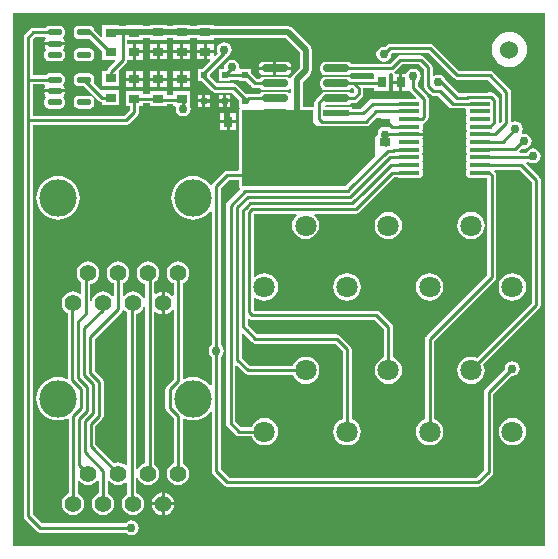
<source format=gtl>
G04*
G04 #@! TF.GenerationSoftware,Altium Limited,CircuitStudio,1.5.2 (30)*
G04*
G04 Layer_Physical_Order=1*
G04 Layer_Color=11767835*
%FSLAX44Y44*%
%MOMM*%
G71*
G01*
G75*
%ADD10R,0.9300X0.7900*%
G04:AMPARAMS|DCode=11|XSize=0.6mm|YSize=2.2mm|CornerRadius=0.15mm|HoleSize=0mm|Usage=FLASHONLY|Rotation=90.000|XOffset=0mm|YOffset=0mm|HoleType=Round|Shape=RoundedRectangle|*
%AMROUNDEDRECTD11*
21,1,0.6000,1.9000,0,0,90.0*
21,1,0.3000,2.2000,0,0,90.0*
1,1,0.3000,0.9500,0.1500*
1,1,0.3000,0.9500,-0.1500*
1,1,0.3000,-0.9500,-0.1500*
1,1,0.3000,-0.9500,0.1500*
%
%ADD11ROUNDEDRECTD11*%
%ADD12R,2.2000X0.6000*%
%ADD13R,1.7620X0.3548*%
G04:AMPARAMS|DCode=14|XSize=1.762mm|YSize=0.3548mm|CornerRadius=0.0887mm|HoleSize=0mm|Usage=FLASHONLY|Rotation=0.000|XOffset=0mm|YOffset=0mm|HoleType=Round|Shape=RoundedRectangle|*
%AMROUNDEDRECTD14*
21,1,1.7620,0.1774,0,0,0.0*
21,1,1.5846,0.3548,0,0,0.0*
1,1,0.1774,0.7923,-0.0887*
1,1,0.1774,-0.7923,-0.0887*
1,1,0.1774,-0.7923,0.0887*
1,1,0.1774,0.7923,0.0887*
%
%ADD14ROUNDEDRECTD14*%
%ADD15R,0.7900X0.9300*%
%ADD16R,0.5000X0.5000*%
G04:AMPARAMS|DCode=17|XSize=1.21mm|YSize=0.59mm|CornerRadius=0.1475mm|HoleSize=0mm|Usage=FLASHONLY|Rotation=0.000|XOffset=0mm|YOffset=0mm|HoleType=Round|Shape=RoundedRectangle|*
%AMROUNDEDRECTD17*
21,1,1.2100,0.2950,0,0,0.0*
21,1,0.9150,0.5900,0,0,0.0*
1,1,0.2950,0.4575,-0.1475*
1,1,0.2950,-0.4575,-0.1475*
1,1,0.2950,-0.4575,0.1475*
1,1,0.2950,0.4575,0.1475*
%
%ADD17ROUNDEDRECTD17*%
%ADD18C,0.2540*%
%ADD19C,0.2550*%
%ADD20C,0.5000*%
%ADD21C,1.5240*%
%ADD22C,1.4080*%
%ADD23C,3.1700*%
%ADD24C,1.8000*%
%ADD25C,0.7500*%
G36*
X750000Y750000D02*
X300000D01*
Y1201250D01*
X750000D01*
Y750000D01*
D02*
G37*
%LPC*%
G36*
X483870Y1125220D02*
X480100D01*
Y1121450D01*
X483870D01*
Y1125220D01*
D02*
G37*
G36*
X459980Y1125230D02*
X456210D01*
Y1121460D01*
X459980D01*
Y1125230D01*
D02*
G37*
G36*
X466290D02*
X462520D01*
Y1121460D01*
X466290D01*
Y1125230D01*
D02*
G37*
G36*
X477560Y1125220D02*
X473790D01*
Y1121450D01*
X477560D01*
Y1125220D01*
D02*
G37*
G36*
X488290Y1115940D02*
X483070D01*
Y1110020D01*
X488290D01*
Y1115940D01*
D02*
G37*
G36*
X343619Y1133730D02*
X326281D01*
Y1133525D01*
X326593Y1131958D01*
X327148Y1131127D01*
X327509Y1129841D01*
X326631Y1128526D01*
X326322Y1126975D01*
Y1124025D01*
X326631Y1122474D01*
X327509Y1121159D01*
X328824Y1120281D01*
X330375Y1119972D01*
X339525D01*
X341076Y1120281D01*
X342391Y1121159D01*
X343269Y1122474D01*
X343578Y1124025D01*
Y1126975D01*
X343269Y1128526D01*
X342391Y1129841D01*
X342752Y1131127D01*
X343307Y1131958D01*
X343619Y1133525D01*
Y1133730D01*
D02*
G37*
G36*
X364625Y1131028D02*
X355475D01*
X353924Y1130719D01*
X352609Y1129841D01*
X351731Y1128526D01*
X351422Y1126975D01*
Y1124025D01*
X351731Y1122474D01*
X352609Y1121159D01*
X353924Y1120281D01*
X355475Y1119972D01*
X364625D01*
X366176Y1120281D01*
X367491Y1121159D01*
X368369Y1122474D01*
X368678Y1124025D01*
Y1126975D01*
X368369Y1128526D01*
X367491Y1129841D01*
X366176Y1130719D01*
X364625Y1131028D01*
D02*
G37*
G36*
Y1150028D02*
X355475D01*
X353924Y1149719D01*
X352609Y1148841D01*
X351731Y1147526D01*
X351422Y1145975D01*
Y1143025D01*
X351731Y1141474D01*
X352609Y1140159D01*
X353924Y1139281D01*
X355475Y1138972D01*
X360212D01*
X372612Y1126572D01*
X372612Y1126572D01*
X373859Y1125739D01*
X375330Y1125446D01*
X375430D01*
Y1122840D01*
X389730D01*
Y1135740D01*
X375430D01*
X375430Y1135740D01*
Y1135740D01*
X374194Y1135862D01*
X368405Y1141651D01*
X368678Y1143025D01*
Y1145975D01*
X368369Y1147526D01*
X367491Y1148841D01*
X366176Y1149719D01*
X364625Y1150028D01*
D02*
G37*
G36*
X626930Y1141230D02*
X621710D01*
Y1135310D01*
X626930D01*
Y1141230D01*
D02*
G37*
G36*
X401310Y1143720D02*
X395390D01*
Y1138500D01*
X401310D01*
Y1143720D01*
D02*
G37*
G36*
X409770D02*
X403850D01*
Y1138500D01*
X409770D01*
Y1143720D01*
D02*
G37*
G36*
X466290Y1131540D02*
X462520D01*
Y1127770D01*
X466290D01*
Y1131540D01*
D02*
G37*
G36*
X477560Y1131530D02*
X473790D01*
Y1127760D01*
X477560D01*
Y1131530D01*
D02*
G37*
G36*
X483870D02*
X480100D01*
Y1127760D01*
X483870D01*
Y1131530D01*
D02*
G37*
G36*
X459980Y1131540D02*
X456210D01*
Y1127770D01*
X459980D01*
Y1131540D01*
D02*
G37*
G36*
X722580Y858089D02*
X719578Y857694D01*
X716780Y856535D01*
X714378Y854692D01*
X712535Y852290D01*
X711376Y849492D01*
X710981Y846490D01*
X711376Y843488D01*
X712535Y840690D01*
X714378Y838288D01*
X716780Y836445D01*
X719578Y835286D01*
X722580Y834891D01*
X725582Y835286D01*
X728380Y836445D01*
X730782Y838288D01*
X732625Y840690D01*
X733784Y843488D01*
X734179Y846490D01*
X733784Y849492D01*
X732625Y852290D01*
X730782Y854692D01*
X728380Y856535D01*
X725582Y857694D01*
X722580Y858089D01*
D02*
G37*
G36*
X582500Y980599D02*
X579498Y980204D01*
X576700Y979045D01*
X574298Y977202D01*
X572455Y974800D01*
X571296Y972002D01*
X570901Y969000D01*
X571296Y965998D01*
X572455Y963200D01*
X574298Y960798D01*
X576700Y958955D01*
X579498Y957796D01*
X582500Y957401D01*
X585502Y957796D01*
X588300Y958955D01*
X590702Y960798D01*
X592545Y963200D01*
X593704Y965998D01*
X594099Y969000D01*
X593704Y972002D01*
X592545Y974800D01*
X590702Y977202D01*
X588300Y979045D01*
X585502Y980204D01*
X582500Y980599D01*
D02*
G37*
G36*
X652500D02*
X649498Y980204D01*
X646700Y979045D01*
X644298Y977202D01*
X642455Y974800D01*
X641296Y972002D01*
X640901Y969000D01*
X641296Y965998D01*
X642455Y963200D01*
X644298Y960798D01*
X646700Y958955D01*
X649498Y957796D01*
X652500Y957401D01*
X655502Y957796D01*
X658300Y958955D01*
X660702Y960798D01*
X662545Y963200D01*
X663704Y965998D01*
X664099Y969000D01*
X663704Y972002D01*
X662545Y974800D01*
X660702Y977202D01*
X658300Y979045D01*
X655502Y980204D01*
X652500Y980599D01*
D02*
G37*
G36*
X428100Y795085D02*
Y786860D01*
X436325D01*
X436163Y788091D01*
X435198Y790421D01*
X433662Y792422D01*
X431661Y793958D01*
X429331Y794923D01*
X428100Y795085D01*
D02*
G37*
G36*
X425560Y784320D02*
X417335D01*
X417496Y783089D01*
X418462Y780759D01*
X419997Y778757D01*
X421999Y777222D01*
X424329Y776256D01*
X425560Y776095D01*
Y784320D01*
D02*
G37*
G36*
X436325D02*
X428100D01*
Y776095D01*
X429331Y776256D01*
X431661Y777222D01*
X433662Y778757D01*
X435198Y780759D01*
X436163Y783089D01*
X436325Y784320D01*
D02*
G37*
G36*
X425560Y795085D02*
X424329Y794923D01*
X421999Y793958D01*
X419997Y792422D01*
X418462Y790421D01*
X417496Y788091D01*
X417335Y786860D01*
X425560D01*
Y795085D01*
D02*
G37*
G36*
X722500Y980599D02*
X719498Y980204D01*
X716700Y979045D01*
X714298Y977202D01*
X712455Y974800D01*
X711296Y972002D01*
X710901Y969000D01*
X711296Y965998D01*
X712455Y963200D01*
X714298Y960798D01*
X716700Y958955D01*
X719498Y957796D01*
X722500Y957401D01*
X725502Y957796D01*
X728300Y958955D01*
X730702Y960798D01*
X732545Y963200D01*
X733704Y965998D01*
X734099Y969000D01*
X733704Y972002D01*
X732545Y974800D01*
X730702Y977202D01*
X728300Y979045D01*
X725502Y980204D01*
X722500Y980599D01*
D02*
G37*
G36*
X480530Y1107480D02*
X475310D01*
Y1101560D01*
X480530D01*
Y1107480D01*
D02*
G37*
G36*
X488290D02*
X483070D01*
Y1101560D01*
X488290D01*
Y1107480D01*
D02*
G37*
G36*
X480530Y1115940D02*
X475310D01*
Y1110020D01*
X480530D01*
Y1115940D01*
D02*
G37*
G36*
X337930Y1062929D02*
X334333Y1062574D01*
X330874Y1061525D01*
X327686Y1059821D01*
X324892Y1057528D01*
X322599Y1054734D01*
X320895Y1051546D01*
X319846Y1048087D01*
X319491Y1044490D01*
X319846Y1040893D01*
X320895Y1037434D01*
X322599Y1034246D01*
X324892Y1031452D01*
X327686Y1029159D01*
X330874Y1027455D01*
X334333Y1026405D01*
X337930Y1026051D01*
X341527Y1026405D01*
X344986Y1027455D01*
X348174Y1029159D01*
X350968Y1031452D01*
X353261Y1034246D01*
X354965Y1037434D01*
X356015Y1040893D01*
X356369Y1044490D01*
X356015Y1048087D01*
X354965Y1051546D01*
X353261Y1054734D01*
X350968Y1057528D01*
X348174Y1059821D01*
X344986Y1061525D01*
X341527Y1062574D01*
X337930Y1062929D01*
D02*
G37*
G36*
X414130Y990612D02*
X411640Y990284D01*
X409319Y989323D01*
X407326Y987794D01*
X405797Y985801D01*
X404836Y983480D01*
X404508Y980990D01*
X404836Y978500D01*
X405797Y976179D01*
X407326Y974186D01*
X409319Y972657D01*
X411640Y971695D01*
X411786Y971676D01*
Y958836D01*
X410516Y958583D01*
X409763Y960401D01*
X408234Y962394D01*
X406241Y963923D01*
X403920Y964884D01*
X401430Y965212D01*
X398940Y964884D01*
X396619Y963923D01*
X394626Y962394D01*
X393844Y961375D01*
X392574Y961806D01*
Y972256D01*
X393541Y972657D01*
X395534Y974186D01*
X397063Y976179D01*
X398024Y978500D01*
X398352Y980990D01*
X398024Y983480D01*
X397063Y985801D01*
X395534Y987794D01*
X393541Y989323D01*
X391220Y990284D01*
X388730Y990612D01*
X386240Y990284D01*
X383919Y989323D01*
X381926Y987794D01*
X380397Y985801D01*
X379436Y983480D01*
X379108Y980990D01*
X379436Y978500D01*
X380397Y976179D01*
X381926Y974186D01*
X383919Y972657D01*
X384886Y972256D01*
Y961806D01*
X383616Y961375D01*
X382834Y962394D01*
X380841Y963923D01*
X378520Y964884D01*
X376030Y965212D01*
X373540Y964884D01*
X371219Y963923D01*
X369226Y962394D01*
X367697Y960401D01*
X366735Y958080D01*
X366554Y956700D01*
X365284Y956784D01*
Y971625D01*
X365820Y971695D01*
X368141Y972657D01*
X370134Y974186D01*
X371663Y976179D01*
X372624Y978500D01*
X372952Y980990D01*
X372624Y983480D01*
X371663Y985801D01*
X370134Y987794D01*
X368141Y989323D01*
X365820Y990284D01*
X363330Y990612D01*
X360840Y990284D01*
X358519Y989323D01*
X356526Y987794D01*
X354997Y985801D01*
X354035Y983480D01*
X353708Y980990D01*
X354035Y978500D01*
X354997Y976179D01*
X356526Y974186D01*
X357596Y973365D01*
Y963870D01*
X356326Y963244D01*
X355441Y963923D01*
X353120Y964884D01*
X350630Y965212D01*
X348139Y964884D01*
X345819Y963923D01*
X343826Y962394D01*
X342297Y960401D01*
X341335Y958080D01*
X341008Y955590D01*
X341335Y953100D01*
X342297Y950779D01*
X343826Y948786D01*
X345819Y947257D01*
X346236Y947084D01*
Y892092D01*
X345147Y891439D01*
X344986Y891525D01*
X341527Y892574D01*
X337930Y892929D01*
X334333Y892574D01*
X330874Y891525D01*
X327686Y889821D01*
X324892Y887528D01*
X322599Y884734D01*
X320895Y881546D01*
X319846Y878087D01*
X319491Y874490D01*
X319846Y870893D01*
X320895Y867434D01*
X322599Y864246D01*
X324892Y861452D01*
X327686Y859159D01*
X330874Y857455D01*
X334333Y856405D01*
X337930Y856051D01*
X341527Y856405D01*
X344986Y857455D01*
X345697Y857835D01*
X346786Y857182D01*
Y794324D01*
X345819Y793923D01*
X343826Y792394D01*
X342297Y790401D01*
X341335Y788080D01*
X341008Y785590D01*
X341335Y783100D01*
X342297Y780779D01*
X343826Y778786D01*
X345819Y777257D01*
X348139Y776295D01*
X350630Y775968D01*
X353120Y776295D01*
X355441Y777257D01*
X357434Y778786D01*
X358963Y780779D01*
X359924Y783100D01*
X360252Y785590D01*
X359924Y788080D01*
X358963Y790401D01*
X357434Y792394D01*
X355441Y793923D01*
X354474Y794324D01*
Y804774D01*
X355744Y805205D01*
X356526Y804186D01*
X358519Y802657D01*
X360840Y801695D01*
X363330Y801368D01*
X365820Y801695D01*
X368141Y802657D01*
X370134Y804186D01*
X370916Y805205D01*
X372186Y804774D01*
Y794324D01*
X371219Y793923D01*
X369226Y792394D01*
X367697Y790401D01*
X366735Y788080D01*
X366408Y785590D01*
X366735Y783100D01*
X367697Y780779D01*
X369226Y778786D01*
X371219Y777257D01*
X373540Y776295D01*
X376030Y775968D01*
X378520Y776295D01*
X380841Y777257D01*
X382834Y778786D01*
X384363Y780779D01*
X385324Y783100D01*
X385652Y785590D01*
X385324Y788080D01*
X384363Y790401D01*
X382834Y792394D01*
X380841Y793923D01*
X379874Y794324D01*
Y804774D01*
X381144Y805205D01*
X381926Y804186D01*
X383919Y802657D01*
X386240Y801695D01*
X388730Y801368D01*
X391220Y801695D01*
X393541Y802657D01*
X395066Y803827D01*
X396336Y803229D01*
Y793706D01*
X394626Y792394D01*
X393097Y790401D01*
X392136Y788080D01*
X391808Y785590D01*
X392136Y783100D01*
X393097Y780779D01*
X394626Y778786D01*
X396619Y777257D01*
X398940Y776295D01*
X401430Y775968D01*
X403920Y776295D01*
X406241Y777257D01*
X408234Y778786D01*
X409763Y780779D01*
X410724Y783100D01*
X411052Y785590D01*
X410724Y788080D01*
X409763Y790401D01*
X408234Y792394D01*
X406241Y793923D01*
X404024Y794842D01*
Y807140D01*
X405294Y807393D01*
X405797Y806179D01*
X407326Y804186D01*
X409319Y802657D01*
X411640Y801695D01*
X414130Y801368D01*
X416620Y801695D01*
X418941Y802657D01*
X420934Y804186D01*
X422463Y806179D01*
X423424Y808500D01*
X423752Y810990D01*
X423424Y813480D01*
X422463Y815801D01*
X420934Y817794D01*
X419474Y818914D01*
Y947558D01*
X420744Y948185D01*
X421999Y947222D01*
X424329Y946256D01*
X425560Y946095D01*
Y955590D01*
Y965085D01*
X424329Y964923D01*
X421999Y963958D01*
X420744Y962995D01*
X419474Y963622D01*
Y973065D01*
X420934Y974186D01*
X422463Y976179D01*
X423424Y978500D01*
X423752Y980990D01*
X423424Y983480D01*
X422463Y985801D01*
X420934Y987794D01*
X418941Y989323D01*
X416620Y990284D01*
X414130Y990612D01*
D02*
G37*
G36*
X617500Y1032599D02*
X614498Y1032204D01*
X611700Y1031045D01*
X609298Y1029202D01*
X607455Y1026800D01*
X606296Y1024002D01*
X605901Y1021000D01*
X606296Y1017998D01*
X607455Y1015200D01*
X609298Y1012798D01*
X611700Y1010955D01*
X614498Y1009796D01*
X617500Y1009401D01*
X620502Y1009796D01*
X623300Y1010955D01*
X625702Y1012798D01*
X627545Y1015200D01*
X628704Y1017998D01*
X629099Y1021000D01*
X628704Y1024002D01*
X627545Y1026800D01*
X625702Y1029202D01*
X623300Y1031045D01*
X620502Y1032204D01*
X617500Y1032599D01*
D02*
G37*
G36*
X687500D02*
X684498Y1032204D01*
X681700Y1031045D01*
X679298Y1029202D01*
X677455Y1026800D01*
X676296Y1024002D01*
X675901Y1021000D01*
X676296Y1017998D01*
X677455Y1015200D01*
X679298Y1012798D01*
X681700Y1010955D01*
X684498Y1009796D01*
X687500Y1009401D01*
X690502Y1009796D01*
X693300Y1010955D01*
X695702Y1012798D01*
X697545Y1015200D01*
X698704Y1017998D01*
X699099Y1021000D01*
X698704Y1024002D01*
X697545Y1026800D01*
X695702Y1029202D01*
X693300Y1031045D01*
X690502Y1032204D01*
X687500Y1032599D01*
D02*
G37*
G36*
X421310Y1143720D02*
X415390D01*
Y1138500D01*
X421310D01*
Y1143720D01*
D02*
G37*
G36*
X449770Y1166920D02*
X443850D01*
Y1161700D01*
X449770D01*
Y1166920D01*
D02*
G37*
G36*
X461310D02*
X455390D01*
Y1161700D01*
X461310D01*
Y1166920D01*
D02*
G37*
G36*
X409690Y1174540D02*
X403770D01*
Y1169320D01*
X409690D01*
Y1174540D01*
D02*
G37*
G36*
X441310Y1166920D02*
X435390D01*
Y1161700D01*
X441310D01*
Y1166920D01*
D02*
G37*
G36*
X409690Y1166780D02*
X403770D01*
Y1161560D01*
X409690D01*
Y1166780D01*
D02*
G37*
G36*
X421310Y1166920D02*
X415390D01*
Y1161700D01*
X421310D01*
Y1166920D01*
D02*
G37*
G36*
X429770D02*
X423850D01*
Y1161700D01*
X429770D01*
Y1166920D01*
D02*
G37*
G36*
X421310Y1174680D02*
X415390D01*
Y1169460D01*
X421310D01*
Y1174680D01*
D02*
G37*
G36*
X469770D02*
X463850D01*
Y1169460D01*
X469770D01*
Y1174680D01*
D02*
G37*
G36*
X339525Y1190028D02*
X330375D01*
X328824Y1189719D01*
X327509Y1188841D01*
X327177Y1188344D01*
X317000D01*
X315529Y1188051D01*
X314282Y1187218D01*
X314282Y1187218D01*
X309862Y1182798D01*
X309029Y1181551D01*
X308980Y1181307D01*
X308736Y1180080D01*
X308736Y1180080D01*
Y1144902D01*
X308656Y1144500D01*
X308736Y1144098D01*
Y774990D01*
X308736Y774990D01*
X308980Y773763D01*
X309029Y773519D01*
X309862Y772272D01*
X319862Y762272D01*
X319862Y762272D01*
X321109Y761439D01*
X322580Y761146D01*
X395052D01*
X395494Y760484D01*
X397561Y759103D01*
X400000Y758617D01*
X402439Y759103D01*
X404506Y760484D01*
X405887Y762551D01*
X406372Y764990D01*
X405887Y767429D01*
X404506Y769496D01*
X402439Y770877D01*
X400000Y771362D01*
X397561Y770877D01*
X395494Y769496D01*
X395052Y768834D01*
X324172D01*
X316424Y776582D01*
Y1106156D01*
X360029D01*
X360130Y1106136D01*
X395070D01*
X395070Y1106136D01*
X396297Y1106380D01*
X396541Y1106429D01*
X397788Y1107262D01*
X405298Y1114772D01*
X405298Y1114772D01*
X405855Y1115605D01*
X406131Y1116019D01*
X406424Y1117490D01*
X406424Y1117490D01*
Y1122140D01*
X409730D01*
Y1124746D01*
X415430D01*
Y1122140D01*
X429730D01*
Y1123636D01*
X435430D01*
Y1122140D01*
X436802D01*
X437608Y1121158D01*
X437378Y1120000D01*
X437863Y1117561D01*
X439244Y1115494D01*
X441311Y1114113D01*
X443750Y1113627D01*
X446189Y1114113D01*
X448256Y1115494D01*
X449637Y1117561D01*
X450122Y1120000D01*
X449703Y1122107D01*
X449730Y1122140D01*
X449730D01*
Y1135040D01*
X435430D01*
Y1131324D01*
X429730D01*
Y1135040D01*
X415430D01*
Y1132434D01*
X409730D01*
Y1135040D01*
X395430D01*
Y1122140D01*
X398736D01*
Y1119082D01*
X393478Y1113824D01*
X365180D01*
X365080Y1113844D01*
X316424D01*
Y1140656D01*
X326407D01*
X327315Y1139467D01*
X327148Y1138873D01*
X326593Y1138042D01*
X326281Y1136475D01*
Y1136270D01*
X343619D01*
Y1136475D01*
X343307Y1138042D01*
X342752Y1138873D01*
X342391Y1140159D01*
X343269Y1141474D01*
X343578Y1143025D01*
Y1145975D01*
X343269Y1147526D01*
X342391Y1148841D01*
X341076Y1149719D01*
X339525Y1150028D01*
X330375D01*
X328824Y1149719D01*
X327509Y1148841D01*
X327177Y1148344D01*
X316424D01*
Y1178488D01*
X318592Y1180656D01*
X326407D01*
X327315Y1179467D01*
X327148Y1178873D01*
X326593Y1178042D01*
X326281Y1176475D01*
Y1176270D01*
X343619D01*
Y1176475D01*
X343307Y1178042D01*
X342752Y1178873D01*
X342391Y1180159D01*
X343269Y1181474D01*
X343578Y1183025D01*
Y1185975D01*
X343269Y1187526D01*
X342391Y1188841D01*
X341076Y1189719D01*
X339525Y1190028D01*
D02*
G37*
G36*
X469730Y1191040D02*
X455430D01*
Y1189688D01*
X449730D01*
Y1191040D01*
X435430D01*
Y1189688D01*
X429730D01*
Y1191040D01*
X415430D01*
Y1189688D01*
X409650D01*
Y1190900D01*
X395350D01*
Y1189688D01*
X389650D01*
Y1190900D01*
X375350D01*
Y1181115D01*
X374177Y1180629D01*
X368640Y1186166D01*
X368369Y1187526D01*
X367491Y1188841D01*
X366176Y1189719D01*
X364625Y1190028D01*
X355475D01*
X353924Y1189719D01*
X352609Y1188841D01*
X351731Y1187526D01*
X351422Y1185975D01*
Y1183025D01*
X351731Y1181474D01*
X352609Y1180159D01*
X353924Y1179281D01*
X355475Y1178972D01*
X364625D01*
X364906Y1179028D01*
X375350Y1168584D01*
Y1161600D01*
X385959D01*
X386445Y1160427D01*
X379862Y1153844D01*
X379029Y1152597D01*
X378980Y1152353D01*
X378938Y1152140D01*
X375430D01*
Y1139240D01*
X389730D01*
Y1152140D01*
X389730Y1152140D01*
X389730D01*
X390149Y1153259D01*
X395298Y1158408D01*
X396131Y1159655D01*
X396180Y1159899D01*
X396424Y1161126D01*
X397545Y1161560D01*
X401230D01*
Y1168050D01*
Y1174540D01*
X396424D01*
Y1178000D01*
X409650D01*
Y1179492D01*
X415430D01*
Y1178140D01*
X429730D01*
Y1179492D01*
X435430D01*
Y1178140D01*
X449730D01*
Y1179492D01*
X455430D01*
Y1178140D01*
X469730D01*
Y1179492D01*
X530868D01*
X542402Y1167958D01*
Y1154612D01*
X536395Y1148605D01*
X535290Y1146951D01*
X535131Y1146153D01*
X534411Y1145911D01*
X533769Y1145811D01*
X532561Y1146618D01*
X531000Y1146928D01*
X512000D01*
X510439Y1146618D01*
X509116Y1145734D01*
X508749Y1145184D01*
X506322D01*
X501250Y1150256D01*
Y1153500D01*
X492451D01*
X491409Y1154770D01*
X491452Y1154990D01*
X490967Y1157429D01*
X489586Y1159496D01*
X487519Y1160877D01*
X485080Y1161362D01*
X482641Y1160877D01*
X480574Y1159496D01*
X479193Y1157429D01*
X478708Y1154990D01*
X478786Y1154598D01*
X477834Y1153490D01*
X473830D01*
Y1143490D01*
X483830D01*
Y1144646D01*
X491250D01*
Y1143500D01*
X497134D01*
X502012Y1138622D01*
X503259Y1137789D01*
X503503Y1137740D01*
X504730Y1137496D01*
X504730Y1137496D01*
X508762D01*
X509116Y1136966D01*
X510439Y1136082D01*
X512000Y1135772D01*
X531000D01*
X532561Y1136082D01*
X533632Y1136798D01*
X534533Y1136500D01*
X534902Y1136235D01*
Y1133765D01*
X534533Y1133500D01*
X533632Y1133202D01*
X532561Y1133918D01*
X531000Y1134228D01*
X512000D01*
X510439Y1133918D01*
X509116Y1133034D01*
X508749Y1132484D01*
X499730D01*
X499730Y1132484D01*
X498503Y1132240D01*
X498259Y1132191D01*
X497693Y1131813D01*
X489298Y1140208D01*
X488051Y1141041D01*
X487807Y1141090D01*
X486580Y1141334D01*
X486580Y1141334D01*
X472672D01*
X466250Y1147756D01*
Y1149224D01*
X481126Y1164100D01*
X481189Y1164113D01*
X483256Y1165494D01*
X484637Y1167561D01*
X485122Y1170000D01*
X484637Y1172439D01*
X483256Y1174506D01*
X481189Y1175887D01*
X478750Y1176373D01*
X476311Y1175887D01*
X474244Y1174506D01*
X472863Y1172439D01*
X472378Y1170000D01*
X472863Y1167561D01*
X473204Y1167050D01*
X470943Y1164789D01*
X469770Y1165275D01*
Y1166920D01*
X463850D01*
Y1161700D01*
X466195D01*
X466681Y1160527D01*
X459654Y1153500D01*
X456250D01*
Y1148560D01*
X456236Y1148490D01*
X456250Y1148420D01*
Y1143500D01*
X459634D01*
X468362Y1134772D01*
X469609Y1133939D01*
X469853Y1133890D01*
X471080Y1133646D01*
X471080Y1133646D01*
X484988D01*
X491250Y1127384D01*
Y1121500D01*
X491250Y1121500D01*
X491250Y1121500D01*
X491250Y1121500D01*
X491667Y1120403D01*
X491732Y1120230D01*
X491395Y1119725D01*
X491201Y1118750D01*
Y1113750D01*
Y1108750D01*
Y1105776D01*
X491156Y1105550D01*
X491201Y1105324D01*
X491201Y1068492D01*
X490303Y1067594D01*
X481250D01*
X479779Y1067301D01*
X478532Y1066468D01*
X478532Y1066468D01*
X469132Y1057068D01*
X468299Y1055821D01*
X467683Y1055540D01*
X466939Y1055493D01*
X465268Y1057528D01*
X462474Y1059821D01*
X459286Y1061525D01*
X455827Y1062574D01*
X452230Y1062929D01*
X448633Y1062574D01*
X445174Y1061525D01*
X441986Y1059821D01*
X439192Y1057528D01*
X436899Y1054734D01*
X435195Y1051546D01*
X434146Y1048087D01*
X433791Y1044490D01*
X434146Y1040893D01*
X435195Y1037434D01*
X436899Y1034246D01*
X439192Y1031452D01*
X441986Y1029159D01*
X445174Y1027455D01*
X448633Y1026405D01*
X452230Y1026051D01*
X455827Y1026405D01*
X459286Y1027455D01*
X462474Y1029159D01*
X465268Y1031452D01*
X466736Y1033241D01*
X468006Y1032786D01*
Y919949D01*
X467344Y919506D01*
X465963Y917439D01*
X465477Y915000D01*
X465963Y912561D01*
X467344Y910494D01*
X468006Y910051D01*
Y886194D01*
X466736Y885739D01*
X465268Y887528D01*
X462474Y889821D01*
X459286Y891525D01*
X455827Y892574D01*
X452230Y892929D01*
X448633Y892574D01*
X445174Y891525D01*
X444463Y891145D01*
X443374Y891798D01*
Y972256D01*
X444341Y972657D01*
X446334Y974186D01*
X447863Y976179D01*
X448824Y978500D01*
X449152Y980990D01*
X448824Y983480D01*
X447863Y985801D01*
X446334Y987794D01*
X444341Y989323D01*
X442020Y990284D01*
X439530Y990612D01*
X437039Y990284D01*
X434719Y989323D01*
X432726Y987794D01*
X431197Y985801D01*
X430235Y983480D01*
X429908Y980990D01*
X430235Y978500D01*
X431197Y976179D01*
X432726Y974186D01*
X434719Y972657D01*
X435686Y972256D01*
Y961871D01*
X434416Y961440D01*
X433662Y962422D01*
X431661Y963958D01*
X429331Y964923D01*
X428100Y965085D01*
Y955590D01*
Y946095D01*
X429331Y946256D01*
X431661Y947222D01*
X433662Y948757D01*
X434416Y949740D01*
X435686Y949308D01*
Y891186D01*
X429852Y885351D01*
X429019Y884104D01*
X428970Y883860D01*
X428726Y882633D01*
X428726Y882633D01*
Y866347D01*
X428726Y866347D01*
X428970Y865120D01*
X429019Y864875D01*
X429852Y863628D01*
X435686Y857794D01*
Y819724D01*
X434719Y819323D01*
X432726Y817794D01*
X431197Y815801D01*
X430235Y813480D01*
X429908Y810990D01*
X430235Y808500D01*
X431197Y806179D01*
X432726Y804186D01*
X434719Y802657D01*
X437039Y801695D01*
X439530Y801368D01*
X442020Y801695D01*
X444341Y802657D01*
X446334Y804186D01*
X447863Y806179D01*
X448824Y808500D01*
X449152Y810990D01*
X448824Y813480D01*
X447863Y815801D01*
X446334Y817794D01*
X444341Y819323D01*
X443374Y819724D01*
Y857182D01*
X444463Y857835D01*
X445174Y857455D01*
X448633Y856405D01*
X452230Y856051D01*
X455827Y856405D01*
X459286Y857455D01*
X462474Y859159D01*
X465268Y861452D01*
X466736Y863241D01*
X468006Y862786D01*
Y813150D01*
X468006Y813150D01*
X468250Y811923D01*
X468299Y811679D01*
X469132Y810432D01*
X478532Y801032D01*
X478532Y801032D01*
X479365Y800475D01*
X479779Y800199D01*
X481250Y799906D01*
X481250Y799906D01*
X693750D01*
X693750Y799906D01*
X694977Y800150D01*
X695221Y800199D01*
X696468Y801032D01*
X705218Y809782D01*
X705218Y809782D01*
X705775Y810615D01*
X706051Y811029D01*
X706344Y812500D01*
X706344Y812500D01*
Y878408D01*
X721719Y893783D01*
X722500Y893627D01*
X724939Y894113D01*
X727006Y895494D01*
X728387Y897561D01*
X728873Y900000D01*
X728387Y902439D01*
X727006Y904506D01*
X724939Y905887D01*
X722500Y906373D01*
X720061Y905887D01*
X717994Y904506D01*
X716613Y902439D01*
X716127Y900000D01*
X716283Y899219D01*
X699782Y882718D01*
X698949Y881471D01*
X698900Y881227D01*
X698656Y880000D01*
X698656Y880000D01*
Y814092D01*
X692158Y807594D01*
X482842D01*
X475694Y814742D01*
Y910051D01*
X476356Y910494D01*
X477737Y912561D01*
X478222Y915000D01*
X477737Y917439D01*
X476356Y919506D01*
X475694Y919949D01*
Y1052758D01*
X482842Y1059906D01*
X491201D01*
Y1054845D01*
X491395Y1053869D01*
X491948Y1053043D01*
X492090Y1051430D01*
X481252Y1040592D01*
X480419Y1039345D01*
X480370Y1039101D01*
X480126Y1037874D01*
X480126Y1037874D01*
Y853770D01*
X480126Y853770D01*
X480370Y852543D01*
X480419Y852299D01*
X481252Y851052D01*
X488532Y843772D01*
X489779Y842939D01*
X490023Y842890D01*
X491250Y842646D01*
X491250Y842646D01*
X501725D01*
X502535Y840690D01*
X504378Y838288D01*
X506780Y836445D01*
X509578Y835286D01*
X512580Y834891D01*
X515582Y835286D01*
X518380Y836445D01*
X520782Y838288D01*
X522625Y840690D01*
X523784Y843488D01*
X524179Y846490D01*
X523784Y849492D01*
X522625Y852290D01*
X520782Y854692D01*
X518380Y856535D01*
X515582Y857694D01*
X512580Y858089D01*
X509578Y857694D01*
X506780Y856535D01*
X504378Y854692D01*
X502535Y852290D01*
X501725Y850334D01*
X492842D01*
X487814Y855362D01*
Y902331D01*
X488987Y902817D01*
X496032Y895772D01*
X496032Y895772D01*
X497279Y894939D01*
X498750Y894646D01*
X536725D01*
X537535Y892690D01*
X539378Y890288D01*
X541780Y888445D01*
X544578Y887286D01*
X547580Y886891D01*
X550582Y887286D01*
X553380Y888445D01*
X555782Y890288D01*
X557625Y892690D01*
X558784Y895488D01*
X559179Y898490D01*
X558784Y901492D01*
X557625Y904290D01*
X555782Y906692D01*
X553380Y908535D01*
X550582Y909694D01*
X547580Y910089D01*
X544578Y909694D01*
X541780Y908535D01*
X539378Y906692D01*
X537535Y904290D01*
X536725Y902334D01*
X500342D01*
X493494Y909182D01*
Y929418D01*
X494667Y929904D01*
X494813Y929758D01*
X494827Y929737D01*
X502282Y922282D01*
X503529Y921449D01*
X503773Y921400D01*
X505000Y921156D01*
X505000Y921156D01*
X572158D01*
X578736Y914578D01*
Y857345D01*
X576780Y856535D01*
X574378Y854692D01*
X572535Y852290D01*
X571376Y849492D01*
X570981Y846490D01*
X571376Y843488D01*
X572535Y840690D01*
X574378Y838288D01*
X576780Y836445D01*
X579578Y835286D01*
X582580Y834891D01*
X585582Y835286D01*
X588380Y836445D01*
X590782Y838288D01*
X592625Y840690D01*
X593784Y843488D01*
X594179Y846490D01*
X593784Y849492D01*
X592625Y852290D01*
X590782Y854692D01*
X588380Y856535D01*
X586424Y857345D01*
Y916170D01*
X586424Y916170D01*
X586180Y917397D01*
X586131Y917641D01*
X585298Y918888D01*
X576468Y927718D01*
X575221Y928551D01*
X574977Y928600D01*
X573750Y928844D01*
X573750Y928844D01*
X506592D01*
X500277Y935159D01*
X500263Y935180D01*
X500263Y935180D01*
X498534Y936909D01*
Y941871D01*
X499707Y942357D01*
X499782Y942282D01*
X499782Y942282D01*
X501029Y941449D01*
X502500Y941156D01*
X605908D01*
X613736Y933328D01*
Y909345D01*
X611780Y908535D01*
X609378Y906692D01*
X607535Y904290D01*
X606376Y901492D01*
X605981Y898490D01*
X606376Y895488D01*
X607535Y892690D01*
X609378Y890288D01*
X611780Y888445D01*
X614578Y887286D01*
X617580Y886891D01*
X620582Y887286D01*
X623380Y888445D01*
X625782Y890288D01*
X627625Y892690D01*
X628784Y895488D01*
X629179Y898490D01*
X628784Y901492D01*
X627625Y904290D01*
X625782Y906692D01*
X623380Y908535D01*
X621424Y909345D01*
Y934920D01*
X621131Y936391D01*
X620298Y937638D01*
X620298Y937638D01*
X610218Y947718D01*
X608971Y948551D01*
X608727Y948600D01*
X607500Y948844D01*
X607500Y948844D01*
X504092D01*
X503574Y949362D01*
Y959753D01*
X504844Y960379D01*
X506700Y958955D01*
X509498Y957796D01*
X512500Y957401D01*
X515502Y957796D01*
X518300Y958955D01*
X520702Y960798D01*
X522545Y963200D01*
X523704Y965998D01*
X524099Y969000D01*
X523704Y972002D01*
X522545Y974800D01*
X520702Y977202D01*
X518300Y979045D01*
X515502Y980204D01*
X512500Y980599D01*
X509498Y980204D01*
X506700Y979045D01*
X504844Y977621D01*
X503574Y978247D01*
Y1030638D01*
X504087Y1031151D01*
X539752D01*
X540183Y1029881D01*
X539298Y1029202D01*
X537455Y1026800D01*
X536296Y1024002D01*
X535901Y1021000D01*
X536296Y1017998D01*
X537455Y1015200D01*
X539298Y1012798D01*
X541700Y1010955D01*
X544498Y1009796D01*
X547500Y1009401D01*
X550502Y1009796D01*
X553300Y1010955D01*
X555702Y1012798D01*
X557545Y1015200D01*
X558704Y1017998D01*
X559099Y1021000D01*
X558704Y1024002D01*
X557545Y1026800D01*
X555702Y1029202D01*
X554817Y1029881D01*
X555248Y1031151D01*
X590000D01*
X591473Y1031444D01*
X592722Y1032278D01*
X622339Y1061896D01*
X625775D01*
X626125Y1061662D01*
X627447Y1061399D01*
X643292D01*
X644614Y1061662D01*
X645734Y1062410D01*
X646483Y1063531D01*
X646746Y1064852D01*
Y1066626D01*
X646483Y1067948D01*
X645787Y1068989D01*
X646483Y1070031D01*
X646746Y1071352D01*
Y1073126D01*
X646483Y1074448D01*
X645787Y1075489D01*
X646483Y1076530D01*
X646746Y1077852D01*
Y1079626D01*
X646483Y1080948D01*
X645787Y1081989D01*
X646483Y1083030D01*
X646746Y1084352D01*
Y1086126D01*
X646483Y1087448D01*
X645787Y1088489D01*
X646483Y1089530D01*
X646746Y1090852D01*
Y1092626D01*
X646483Y1093947D01*
X645810Y1094954D01*
X646521Y1096017D01*
X646711Y1096971D01*
X635370D01*
Y1099511D01*
X646711D01*
X646521Y1100465D01*
X645811Y1101527D01*
X646483Y1102532D01*
X646746Y1103854D01*
Y1105628D01*
X646617Y1106274D01*
X646483Y1106950D01*
X647540Y1107649D01*
X647723Y1107685D01*
X648972Y1108519D01*
X648986Y1108541D01*
X650667Y1110222D01*
X650668Y1110222D01*
X651501Y1111469D01*
X651793Y1112941D01*
Y1121367D01*
X651804Y1121418D01*
Y1128295D01*
X651804Y1128295D01*
X651511Y1129768D01*
X650676Y1131017D01*
X642599Y1139094D01*
Y1142555D01*
X643256Y1142994D01*
X644637Y1145061D01*
X645123Y1147500D01*
X644637Y1149939D01*
X643256Y1152006D01*
X641189Y1153387D01*
X638750Y1153872D01*
X636311Y1153387D01*
X634244Y1152006D01*
X632863Y1149939D01*
X632813Y1149690D01*
X629470D01*
Y1142500D01*
Y1135310D01*
X634690D01*
X634690Y1135310D01*
Y1135310D01*
X635875Y1135007D01*
X636028Y1134778D01*
X641119Y1129688D01*
X640633Y1128515D01*
X624060D01*
Y1128090D01*
X604241D01*
X602768Y1127797D01*
X601519Y1126962D01*
X594346Y1119789D01*
X587000D01*
Y1121450D01*
X563832D01*
X563693Y1121838D01*
X563747Y1122054D01*
X564601Y1123072D01*
X583000D01*
X584561Y1123382D01*
X585884Y1124266D01*
X586238Y1124796D01*
X588704D01*
X588730Y1124791D01*
X590203Y1125084D01*
X591452Y1125918D01*
X595222Y1129688D01*
X596056Y1130937D01*
X596349Y1132410D01*
Y1137500D01*
X596349Y1137500D01*
X596354Y1137506D01*
X605350D01*
Y1135350D01*
X618250D01*
Y1148926D01*
X618250Y1149650D01*
X619294Y1150196D01*
X619294Y1150196D01*
X620264D01*
X620290Y1150191D01*
X620680Y1150268D01*
X621710Y1149178D01*
Y1143770D01*
X626930D01*
Y1149690D01*
X622861D01*
X622475Y1150960D01*
X623012Y1151318D01*
X629094Y1157401D01*
X638716D01*
X638741Y1157406D01*
X643408D01*
X647406Y1153408D01*
Y1139399D01*
X647406Y1139399D01*
X647650Y1138173D01*
X647699Y1137928D01*
X648532Y1136681D01*
X652954Y1132260D01*
X654201Y1131426D01*
X655672Y1131134D01*
X659680D01*
X669291Y1121523D01*
X669291Y1121523D01*
X670125Y1120966D01*
X670538Y1120689D01*
X672009Y1120397D01*
X672010Y1120397D01*
X682565D01*
X683513Y1119127D01*
X683414Y1118628D01*
Y1116854D01*
X683677Y1115532D01*
X684373Y1114491D01*
X683677Y1113449D01*
X683414Y1112128D01*
Y1110354D01*
X683677Y1109032D01*
X684373Y1107991D01*
X683677Y1106950D01*
X683414Y1105628D01*
Y1103854D01*
X683677Y1102532D01*
X684373Y1101491D01*
X683677Y1100450D01*
X683414Y1099128D01*
Y1097354D01*
X683677Y1096032D01*
X684373Y1094990D01*
X683677Y1093947D01*
X683414Y1092626D01*
Y1090852D01*
X683677Y1089530D01*
X684373Y1088489D01*
X683677Y1087448D01*
X683414Y1086126D01*
Y1084352D01*
X683677Y1083030D01*
X684373Y1081989D01*
X683677Y1080948D01*
X683414Y1079626D01*
Y1077852D01*
X683677Y1076530D01*
X684373Y1075489D01*
X683677Y1074448D01*
X683414Y1073126D01*
Y1071352D01*
X683677Y1070031D01*
X684373Y1068989D01*
X683677Y1067948D01*
X683414Y1066626D01*
Y1064852D01*
X683677Y1063531D01*
X684426Y1062410D01*
X685546Y1061662D01*
X686868Y1061399D01*
X701156D01*
Y979092D01*
X649862Y927798D01*
X649029Y926551D01*
X648980Y926307D01*
X648736Y925080D01*
X648736Y925080D01*
Y857345D01*
X646780Y856535D01*
X644378Y854692D01*
X642535Y852290D01*
X641376Y849492D01*
X640981Y846490D01*
X641376Y843488D01*
X642535Y840690D01*
X644378Y838288D01*
X646780Y836445D01*
X649578Y835286D01*
X652580Y834891D01*
X655582Y835286D01*
X658380Y836445D01*
X660782Y838288D01*
X662625Y840690D01*
X663784Y843488D01*
X664179Y846490D01*
X663784Y849492D01*
X662625Y852290D01*
X660782Y854692D01*
X658380Y856535D01*
X656424Y857345D01*
Y923488D01*
X707718Y974782D01*
X708551Y976029D01*
X708600Y976273D01*
X708844Y977500D01*
X708844Y977500D01*
Y1063750D01*
X708844Y1063750D01*
X708551Y1065221D01*
X708275Y1065635D01*
X707718Y1066468D01*
X707718Y1066468D01*
X706965Y1067222D01*
X707451Y1068395D01*
X728669D01*
X738906Y1058158D01*
Y955252D01*
X692538Y908884D01*
X690582Y909694D01*
X687580Y910089D01*
X684578Y909694D01*
X681780Y908535D01*
X679378Y906692D01*
X677535Y904290D01*
X676376Y901492D01*
X675981Y898490D01*
X676376Y895488D01*
X677535Y892690D01*
X679378Y890288D01*
X681780Y888445D01*
X684578Y887286D01*
X687580Y886891D01*
X690582Y887286D01*
X693380Y888445D01*
X695782Y890288D01*
X697625Y892690D01*
X698784Y895488D01*
X699179Y898490D01*
X698784Y901492D01*
X697974Y903448D01*
X745468Y950942D01*
X745468Y950942D01*
X746301Y952189D01*
X746594Y953660D01*
Y1059750D01*
X746594Y1059750D01*
X746301Y1061221D01*
X746025Y1061635D01*
X745468Y1062468D01*
X745468Y1062468D01*
X734219Y1073717D01*
X734705Y1074890D01*
X736398D01*
X737561Y1074113D01*
X740000Y1073627D01*
X742439Y1074113D01*
X744506Y1075494D01*
X745887Y1077561D01*
X746372Y1080000D01*
X745887Y1082439D01*
X744506Y1084506D01*
X742439Y1085887D01*
X740000Y1086373D01*
X737561Y1085887D01*
X735494Y1084506D01*
X734212Y1082588D01*
X728633D01*
X728107Y1083858D01*
X730729Y1086480D01*
X732500Y1086127D01*
X734939Y1086613D01*
X737006Y1087994D01*
X738387Y1090061D01*
X738873Y1092500D01*
X738387Y1094939D01*
X737006Y1097006D01*
X734939Y1098387D01*
X732500Y1098873D01*
X731100Y1098594D01*
X730337Y1099737D01*
X730887Y1100561D01*
X731373Y1103000D01*
X730887Y1105439D01*
X729506Y1107506D01*
X727439Y1108887D01*
X725000Y1109372D01*
X722619Y1108899D01*
X722550Y1108894D01*
X721349Y1109605D01*
Y1117500D01*
X721344Y1117526D01*
Y1134250D01*
X721344Y1134250D01*
X721051Y1135721D01*
X720775Y1136135D01*
X720218Y1136968D01*
X720218Y1136968D01*
X706198Y1150988D01*
X704951Y1151821D01*
X704707Y1151870D01*
X703480Y1152114D01*
X703480Y1152114D01*
X677593D01*
X655757Y1173950D01*
X655742Y1173972D01*
X654493Y1174806D01*
X653020Y1175099D01*
X618750D01*
X617277Y1174806D01*
X616028Y1173972D01*
X616028Y1173972D01*
X614525Y1172468D01*
X613750Y1172622D01*
X611311Y1172137D01*
X609244Y1170756D01*
X607863Y1168689D01*
X607378Y1166250D01*
X607863Y1163811D01*
X609244Y1161744D01*
X611311Y1160363D01*
X613750Y1159877D01*
X616189Y1160363D01*
X618256Y1161744D01*
X619637Y1163811D01*
X620122Y1166250D01*
X621128Y1167401D01*
X651433D01*
X673282Y1145552D01*
X673282Y1145552D01*
X674529Y1144719D01*
X676001Y1144426D01*
X701888D01*
X713656Y1132658D01*
Y1117526D01*
X713651Y1117500D01*
Y1109094D01*
X712405Y1107848D01*
X711315Y1108379D01*
X711224Y1108464D01*
Y1127500D01*
X710931Y1128973D01*
X710097Y1130222D01*
X710075Y1130236D01*
X707593Y1132718D01*
X706346Y1133551D01*
X706102Y1133600D01*
X704875Y1133844D01*
X704875Y1133844D01*
X702401D01*
X702375Y1133849D01*
X701319Y1133639D01*
X684936D01*
X683463Y1133346D01*
X683147Y1133135D01*
X677306D01*
X665981Y1144460D01*
X665886Y1144936D01*
X664505Y1147004D01*
X662437Y1148385D01*
X659999Y1148870D01*
X657560Y1148385D01*
X656364Y1147586D01*
X655094Y1148265D01*
Y1155000D01*
X655094Y1155000D01*
X654801Y1156471D01*
X654525Y1156885D01*
X653968Y1157718D01*
X653968Y1157718D01*
X647718Y1163968D01*
X646471Y1164801D01*
X646227Y1164850D01*
X645000Y1165094D01*
X645000Y1165094D01*
X638741D01*
X638716Y1165099D01*
X627500D01*
X626027Y1164806D01*
X624778Y1163972D01*
X618690Y1157884D01*
X586251D01*
X585884Y1158434D01*
X584561Y1159318D01*
X583000Y1159628D01*
X564000D01*
X562439Y1159318D01*
X561116Y1158434D01*
X560232Y1157111D01*
X559922Y1155550D01*
Y1152550D01*
X560232Y1150989D01*
X561116Y1149666D01*
X562439Y1148782D01*
X564000Y1148472D01*
X583000D01*
X584561Y1148782D01*
X585884Y1149666D01*
X586238Y1150196D01*
X604306D01*
X605350Y1149650D01*
X605350Y1148926D01*
Y1145194D01*
X586245D01*
X585884Y1145734D01*
X584561Y1146618D01*
X583000Y1146928D01*
X564000D01*
X562439Y1146618D01*
X561116Y1145734D01*
X560232Y1144411D01*
X559922Y1142850D01*
Y1139850D01*
X560232Y1138289D01*
X561116Y1136966D01*
X562439Y1136082D01*
X564000Y1135772D01*
X583000D01*
X584561Y1136082D01*
X585884Y1136966D01*
X585958Y1137077D01*
X587376Y1137181D01*
X588651Y1135906D01*
Y1134004D01*
X587395Y1132748D01*
X586010Y1132845D01*
X585884Y1133034D01*
X584561Y1133918D01*
X583000Y1134228D01*
X564000D01*
X562439Y1133918D01*
X561116Y1133034D01*
X560232Y1131711D01*
X560223Y1131662D01*
X559782Y1131368D01*
X559782Y1131368D01*
X556012Y1127598D01*
X555179Y1126351D01*
X555130Y1126107D01*
X554886Y1124880D01*
X554886Y1124880D01*
Y1122368D01*
X553750Y1121299D01*
X545098D01*
Y1142888D01*
X551105Y1148895D01*
X552210Y1150549D01*
X552598Y1152500D01*
Y1170070D01*
X552274Y1171697D01*
X552210Y1172021D01*
X551105Y1173675D01*
X536585Y1188195D01*
X534931Y1189300D01*
X532980Y1189688D01*
X469730D01*
Y1191040D01*
D02*
G37*
G36*
X449770Y1174680D02*
X443850D01*
Y1169460D01*
X449770D01*
Y1174680D01*
D02*
G37*
G36*
X441310D02*
X435390D01*
Y1169460D01*
X441310D01*
Y1174680D01*
D02*
G37*
G36*
X461310D02*
X455390D01*
Y1169460D01*
X461310D01*
Y1174680D01*
D02*
G37*
G36*
X429770D02*
X423850D01*
Y1169460D01*
X429770D01*
Y1174680D01*
D02*
G37*
G36*
X364625Y1171028D02*
X355475D01*
X353924Y1170719D01*
X352609Y1169841D01*
X351731Y1168526D01*
X351422Y1166975D01*
Y1164025D01*
X351731Y1162474D01*
X352609Y1161159D01*
X353924Y1160281D01*
X355475Y1159972D01*
X364625D01*
X366176Y1160281D01*
X367491Y1161159D01*
X368369Y1162474D01*
X368678Y1164025D01*
Y1166975D01*
X368369Y1168526D01*
X367491Y1169841D01*
X366176Y1170719D01*
X364625Y1171028D01*
D02*
G37*
G36*
X421310Y1151480D02*
X415390D01*
Y1146260D01*
X421310D01*
Y1151480D01*
D02*
G37*
G36*
X401310D02*
X395390D01*
Y1146260D01*
X401310D01*
Y1151480D01*
D02*
G37*
G36*
X409770D02*
X403850D01*
Y1146260D01*
X409770D01*
Y1151480D01*
D02*
G37*
G36*
X449770D02*
X443850D01*
Y1146260D01*
X449770D01*
Y1151480D01*
D02*
G37*
G36*
X441310Y1143720D02*
X435390D01*
Y1138500D01*
X441310D01*
Y1143720D01*
D02*
G37*
G36*
X429770D02*
X423850D01*
Y1138500D01*
X429770D01*
Y1143720D01*
D02*
G37*
G36*
X441310Y1151480D02*
X435390D01*
Y1146260D01*
X441310D01*
Y1151480D01*
D02*
G37*
G36*
X449770Y1143720D02*
X443850D01*
Y1138500D01*
X449770D01*
Y1143720D01*
D02*
G37*
G36*
X531000Y1159669D02*
X522770D01*
Y1155320D01*
X535119D01*
Y1155550D01*
X534806Y1157126D01*
X533913Y1158463D01*
X532576Y1159356D01*
X531000Y1159669D01*
D02*
G37*
G36*
X720000Y1185073D02*
X717059Y1184783D01*
X714232Y1183925D01*
X711626Y1182532D01*
X709342Y1180658D01*
X707468Y1178374D01*
X706075Y1175768D01*
X705217Y1172941D01*
X704927Y1170000D01*
X705217Y1167059D01*
X706075Y1164232D01*
X707468Y1161626D01*
X709342Y1159342D01*
X711626Y1157468D01*
X714232Y1156075D01*
X717059Y1155217D01*
X720000Y1154927D01*
X722941Y1155217D01*
X725768Y1156075D01*
X728374Y1157468D01*
X730658Y1159342D01*
X732532Y1161626D01*
X733925Y1164232D01*
X734783Y1167059D01*
X735073Y1170000D01*
X734783Y1172941D01*
X733925Y1175768D01*
X732532Y1178374D01*
X730658Y1180658D01*
X728374Y1182532D01*
X725768Y1183925D01*
X722941Y1184783D01*
X720000Y1185073D01*
D02*
G37*
G36*
X520230Y1159669D02*
X512000D01*
X510424Y1159356D01*
X509087Y1158463D01*
X508194Y1157126D01*
X507881Y1155550D01*
Y1155320D01*
X520230D01*
Y1159669D01*
D02*
G37*
G36*
X343619Y1173730D02*
X326281D01*
Y1173525D01*
X326593Y1171958D01*
X327148Y1171127D01*
X327509Y1169841D01*
X326631Y1168526D01*
X326322Y1166975D01*
Y1164025D01*
X326631Y1162474D01*
X327509Y1161159D01*
X328824Y1160281D01*
X330375Y1159972D01*
X339525D01*
X341076Y1160281D01*
X342391Y1161159D01*
X343269Y1162474D01*
X343578Y1164025D01*
Y1166975D01*
X343269Y1168526D01*
X342391Y1169841D01*
X342752Y1171127D01*
X343307Y1171958D01*
X343619Y1173525D01*
Y1173730D01*
D02*
G37*
G36*
X429770Y1151480D02*
X423850D01*
Y1146260D01*
X429770D01*
Y1151480D01*
D02*
G37*
G36*
X520230Y1152780D02*
X507881D01*
Y1152550D01*
X508194Y1150974D01*
X509087Y1149637D01*
X510424Y1148744D01*
X512000Y1148431D01*
X520230D01*
Y1152780D01*
D02*
G37*
G36*
X535119D02*
X522770D01*
Y1148431D01*
X531000D01*
X532576Y1148744D01*
X533913Y1149637D01*
X534806Y1150974D01*
X535119Y1152550D01*
Y1152780D01*
D02*
G37*
%LPD*%
G36*
X553750Y1108543D02*
X557343Y1105000D01*
X600155D01*
X607500Y1112345D01*
X611250D01*
Y1109470D01*
X615000D01*
Y1106930D01*
X611250D01*
Y1104055D01*
X608750Y1101555D01*
Y1098595D01*
X606250Y1096095D01*
Y1079845D01*
X581250Y1054845D01*
X493750D01*
Y1059906D01*
X493750Y1059906D01*
Y1068492D01*
X493750Y1068492D01*
X493750Y1097934D01*
Y1100662D01*
D01*
Y1108750D01*
Y1113750D01*
Y1115940D01*
Y1117500D01*
Y1118750D01*
X553750D01*
X553750Y1108543D01*
D02*
G37*
G36*
X393797Y949867D02*
X394626Y948786D01*
X396336Y947474D01*
Y818751D01*
X395066Y818153D01*
X393541Y819323D01*
X391220Y820284D01*
X388730Y820612D01*
X386240Y820284D01*
X385272Y819884D01*
X369594Y835562D01*
Y851531D01*
X375428Y857366D01*
X375428Y857366D01*
X376261Y858613D01*
X376554Y860084D01*
Y888896D01*
X376554Y888896D01*
X376261Y890367D01*
X375985Y890781D01*
X375428Y891614D01*
X375428Y891614D01*
X369044Y897999D01*
Y924858D01*
X391448Y947262D01*
X391448Y947262D01*
X392005Y948095D01*
X392281Y948509D01*
X392478Y949499D01*
X393774Y949869D01*
X393797Y949867D01*
D02*
G37*
G36*
X411786Y952344D02*
Y820304D01*
X411640Y820284D01*
X409319Y819323D01*
X407326Y817794D01*
X405797Y815801D01*
X405294Y814587D01*
X404024Y814839D01*
Y946338D01*
X406241Y947257D01*
X408234Y948786D01*
X409763Y950779D01*
X410516Y952597D01*
X411786Y952344D01*
D02*
G37*
D10*
X442580Y1168190D02*
D03*
Y1184590D02*
D03*
X462580Y1168190D02*
D03*
Y1184590D02*
D03*
X382500Y1184450D02*
D03*
Y1168050D02*
D03*
X442580Y1144990D02*
D03*
Y1128590D02*
D03*
X422580Y1144990D02*
D03*
Y1128590D02*
D03*
X402580Y1144990D02*
D03*
Y1128590D02*
D03*
X615000Y1091800D02*
D03*
Y1108200D02*
D03*
X402500Y1168050D02*
D03*
Y1184450D02*
D03*
X422580Y1168190D02*
D03*
Y1184590D02*
D03*
X382580Y1129290D02*
D03*
Y1145690D02*
D03*
D11*
X521500Y1154050D02*
D03*
Y1141350D02*
D03*
Y1115950D02*
D03*
X573500Y1154050D02*
D03*
Y1141350D02*
D03*
X521500Y1128650D02*
D03*
X573500D02*
D03*
D12*
Y1115950D02*
D03*
D13*
X635370Y1124241D02*
D03*
D14*
Y1117741D02*
D03*
Y1111241D02*
D03*
Y1104741D02*
D03*
Y1098241D02*
D03*
Y1091739D02*
D03*
Y1085239D02*
D03*
Y1078739D02*
D03*
Y1072239D02*
D03*
Y1065739D02*
D03*
X694790D02*
D03*
Y1072239D02*
D03*
Y1078739D02*
D03*
Y1085239D02*
D03*
Y1091739D02*
D03*
Y1098241D02*
D03*
Y1104741D02*
D03*
Y1111241D02*
D03*
Y1117741D02*
D03*
Y1124241D02*
D03*
D15*
X628200Y1142500D02*
D03*
X611800D02*
D03*
X481800Y1108750D02*
D03*
X498200D02*
D03*
D16*
X478830Y1148490D02*
D03*
Y1126490D02*
D03*
X461250Y1148500D02*
D03*
Y1126500D02*
D03*
X496250Y1148500D02*
D03*
Y1126500D02*
D03*
D17*
X334950Y1144500D02*
D03*
Y1135000D02*
D03*
Y1125500D02*
D03*
X360050D02*
D03*
Y1144500D02*
D03*
X334950Y1184500D02*
D03*
Y1175000D02*
D03*
Y1165500D02*
D03*
X360050D02*
D03*
Y1184500D02*
D03*
D18*
X432570Y866347D02*
Y882633D01*
Y866347D02*
X439530Y859387D01*
Y810990D02*
Y859387D01*
X360710Y828898D02*
Y855211D01*
X365750Y833970D02*
Y853124D01*
X376030Y949780D02*
Y955590D01*
X360160Y933910D02*
X376030Y949780D01*
X360160Y894319D02*
Y933910D01*
X388730Y949980D02*
Y980990D01*
X365200Y926450D02*
X388730Y949980D01*
X365200Y896406D02*
Y926450D01*
X361440Y946440D02*
Y979100D01*
X355120Y940120D02*
X361440Y946440D01*
X355120Y892231D02*
Y940120D01*
X365200Y896406D02*
X372710Y888896D01*
Y860084D02*
Y888896D01*
X365750Y853124D02*
X372710Y860084D01*
X365750Y833970D02*
X388730Y810990D01*
X355670Y818650D02*
Y857299D01*
Y818650D02*
X363330Y810990D01*
X350630Y785590D02*
Y859387D01*
X357590Y866347D01*
X360160Y894319D02*
X367670Y886809D01*
Y862171D02*
Y886809D01*
X360710Y855211D02*
X367670Y862171D01*
X350080Y890143D02*
Y954990D01*
Y890143D02*
X357590Y882633D01*
Y866347D02*
Y882633D01*
X362630Y864259D02*
Y884721D01*
X355670Y857299D02*
X362630Y864259D01*
X312580Y774990D02*
Y1180080D01*
X360710Y828898D02*
X376030Y813578D01*
Y785590D02*
Y813578D01*
X361440Y979100D02*
X363330Y980990D01*
X355120Y892231D02*
X362630Y884721D01*
X400180Y783090D02*
Y953640D01*
X573500Y1141350D02*
X610650D01*
X573580Y1154040D02*
X620290D01*
X573510Y1128640D02*
X588730D01*
X561029Y1109090D02*
X598849D01*
X607500Y1117741D01*
X605700Y1108200D02*
X615000D01*
X591239Y1093739D02*
X605700Y1108200D01*
X547511Y1093739D02*
X591239D01*
X610650Y1141350D02*
X611800Y1142500D01*
X312580Y1110000D02*
X365080D01*
X312500Y1144500D02*
X334950D01*
X415630Y808740D02*
Y978690D01*
X655672Y1134978D02*
X661272D01*
X651250Y1139399D02*
X655672Y1134978D01*
X432504Y1136254D02*
Y1136259D01*
X432500Y1136250D02*
X432504Y1136254D01*
X471080Y1137490D02*
X486580D01*
X651250Y1139399D02*
Y1155000D01*
X645000Y1161250D02*
X651250Y1155000D01*
X638716Y1161250D02*
X645000D01*
X459440Y1168190D02*
X462580D01*
X442580Y1144990D02*
X445080D01*
X478830Y1148490D02*
X497580D01*
X480080Y1149740D02*
X485080Y1154740D01*
Y1154990D01*
X497580Y1148490D02*
X504730Y1141340D01*
X521580D01*
X460080Y1148490D02*
X471080Y1137490D01*
X616856Y1084040D02*
X621228D01*
X585371Y1052555D02*
X616856Y1084040D01*
X619739Y1072239D02*
X635370D01*
X615080Y1089202D02*
X616339Y1090461D01*
X617449Y1108200D02*
X620908Y1104741D01*
X615000Y1108200D02*
X617449D01*
X620908Y1104741D02*
X635370D01*
X562500Y1128650D02*
X573500D01*
X558730Y1124880D02*
X562500Y1128650D01*
X558730Y1111388D02*
Y1124880D01*
Y1111388D02*
X561029Y1109090D01*
X573500Y1128650D02*
X573510Y1128640D01*
X576250Y1050150D02*
X576255Y1050145D01*
X583003D01*
X585371Y1052513D01*
Y1052555D01*
X583005Y1040050D02*
X587192D01*
X589597Y1042455D01*
X703011Y1065739D02*
X705000Y1063750D01*
X635000Y1037500D02*
X667500D01*
X497545Y932455D02*
X505000Y925000D01*
X498750Y898490D02*
X547580D01*
X489650Y907590D02*
X498750Y898490D01*
X491250Y846490D02*
X512580D01*
X483970Y1037874D02*
X496241Y1050145D01*
X483970Y853770D02*
X491250Y846490D01*
X483970Y853770D02*
Y1037874D01*
X489650Y907590D02*
Y1036426D01*
X498324Y1045100D01*
X494690Y935317D02*
Y1034325D01*
Y935317D02*
X497545Y932462D01*
Y932455D02*
Y932462D01*
X494690Y1034325D02*
X496615Y1036250D01*
X496241Y1050145D02*
X501095D01*
X501100Y1050150D01*
X498324Y1045100D02*
X499008D01*
X499730Y1032230D02*
X502500Y1035000D01*
X499730Y947770D02*
Y1032230D01*
Y947770D02*
X502500Y945000D01*
X694790Y1065739D02*
X703011D01*
X423690Y1127480D02*
X441470D01*
X442580Y1128590D01*
X422580D02*
X423690Y1127480D01*
X486580Y1137490D02*
X497580Y1126490D01*
X471850Y1054350D02*
X481250Y1063750D01*
X495000Y1105550D02*
X498200Y1108750D01*
X672009Y1124241D02*
X694790D01*
X661272Y1134978D02*
X672009Y1124241D01*
X517500Y1063750D02*
X547500Y1093750D01*
X481250Y1063750D02*
X517500D01*
X481880Y1108750D02*
Y1112490D01*
X360130Y1109980D02*
X395070D01*
X402580Y1117490D01*
X521580Y1115940D02*
X547500D01*
X442500Y1128510D02*
X442580Y1128590D01*
X622427Y1085239D02*
X635370D01*
X621228Y1084040D02*
X622427Y1085239D01*
X618241Y1098241D02*
X635370D01*
X696206Y1086195D02*
X725000D01*
X695020Y1085009D02*
X696206Y1086195D01*
X694790Y1085239D02*
X695020Y1085009D01*
X694791Y1072239D02*
X730261D01*
X694790Y1072239D02*
X694791Y1072239D01*
X322580Y764990D02*
X400000D01*
X694790Y1065739D02*
Y1066655D01*
X620739Y1065739D02*
X635370D01*
X479380Y1112490D02*
Y1124690D01*
X312580Y774990D02*
X322580Y764990D01*
X402580Y1117490D02*
Y1128590D01*
X422580D01*
X432570Y882633D02*
X439530Y889593D01*
Y980990D01*
X497580Y1126490D02*
X499730Y1128640D01*
X521580D01*
X460080Y1126490D02*
X477580D01*
X479380Y1124690D01*
X382580Y1145690D02*
Y1151126D01*
X392580Y1161126D01*
Y1182420D01*
X360130Y1144490D02*
X375330Y1129290D01*
X382580D01*
X360050Y1184500D02*
X364870D01*
X382580Y1166790D01*
X312580Y1180080D02*
X317000Y1184500D01*
X334950D01*
X442500Y1128510D02*
X445000Y1126010D01*
X443750Y1124760D02*
X445000Y1126010D01*
X443750Y1120000D02*
Y1124760D01*
X687580Y898490D02*
X742750Y953660D01*
Y1059750D01*
X730261Y1072239D02*
X742750Y1059750D01*
X646250Y1111241D02*
X647950Y1112941D01*
Y1121413D01*
X647955Y1121418D01*
X717500Y1117500D02*
Y1134250D01*
X703480Y1148270D02*
X717500Y1134250D01*
X702375Y1130000D02*
X704875D01*
X707375Y1127500D01*
X653020Y1171250D02*
X676001Y1148270D01*
X703480D01*
X540000Y1101250D02*
X547511Y1093739D01*
X502500Y945000D02*
X607500D01*
X617580Y934920D01*
Y898490D02*
Y934920D01*
X505000Y925000D02*
X573750D01*
X582580Y916170D01*
Y846490D02*
Y916170D01*
X652580Y846490D02*
Y925080D01*
X705000Y977500D01*
Y1063750D01*
X471850Y813150D02*
X481250Y803750D01*
X693750D01*
X702500Y812500D01*
Y880000D01*
X722500Y900000D01*
X590411Y1050425D02*
Y1050467D01*
X618683Y1078739D01*
X635370D01*
X580914Y1045100D02*
X585086D01*
X590411Y1050425D01*
X460080Y1148490D02*
X478750Y1167160D01*
Y1170000D01*
X471850Y813150D02*
Y915000D01*
Y1054350D01*
D19*
X592500Y1132410D02*
Y1137500D01*
X588730Y1128640D02*
X592500Y1132410D01*
X595940Y1115940D02*
X604241Y1124241D01*
X573580Y1115940D02*
X595940D01*
X604241Y1124241D02*
X635370D01*
X607500Y1117741D02*
X635370D01*
X647955Y1121418D02*
Y1128295D01*
X638750Y1137500D02*
X647955Y1128295D01*
X620290Y1154040D02*
X627500Y1161250D01*
X618750Y1171250D02*
X653020D01*
X613750Y1166250D02*
X618750Y1171250D01*
X659999Y1142498D02*
Y1144999D01*
X588730Y1141270D02*
X592500Y1137500D01*
X619374Y1072239D02*
X619739D01*
X595050Y1047915D02*
X619374Y1072239D01*
X501100Y1050150D02*
X576250D01*
X499008Y1045100D02*
X580914D01*
X500408Y1040050D02*
X583005D01*
X497450Y1037092D02*
X500408Y1040050D01*
X497450Y1037085D02*
Y1037092D01*
X496615Y1036250D02*
X497450Y1037085D01*
X502500Y1035000D02*
X590000D01*
X620739Y1065739D01*
X635370Y1111241D02*
X646250D01*
X717500Y1108142D02*
Y1117500D01*
X707375Y1108423D02*
Y1127500D01*
X589597Y1042455D02*
X595050Y1047908D01*
Y1047915D01*
X725000Y1086195D02*
X731305Y1092500D01*
X732500D01*
X714239Y1091739D02*
X725000Y1102500D01*
X694790Y1091739D02*
X714239D01*
X694790Y1098241D02*
X708241D01*
X703694Y1104741D02*
X707375Y1108423D01*
X694790Y1104741D02*
X703694D01*
X694790Y1078739D02*
X738739D01*
X740000Y1080000D01*
X717475Y1108117D02*
X717500Y1108142D01*
X708241Y1098241D02*
X717475Y1107475D01*
Y1108117D01*
X725000Y1102500D02*
Y1103000D01*
X659999Y1144999D02*
X675712Y1129286D01*
X684432D01*
X684936Y1129790D01*
X702165D01*
X702375Y1130000D01*
X627500Y1161250D02*
X638716D01*
X638750Y1137500D02*
Y1147500D01*
D20*
X462580Y1184590D02*
X532980D01*
X383980D02*
X462580D01*
X382580Y1183190D02*
X383980Y1184590D01*
X532980D02*
X547500Y1170070D01*
X540000Y1101250D02*
Y1145000D01*
X547500Y1152500D01*
Y1170070D01*
D21*
X720000Y1170000D02*
D03*
D22*
X363330Y980990D02*
D03*
X388730D02*
D03*
X414130D02*
D03*
X439530D02*
D03*
X426830Y955590D02*
D03*
X401430D02*
D03*
X376030D02*
D03*
X350630D02*
D03*
X363330Y810990D02*
D03*
X388730D02*
D03*
X414130D02*
D03*
X439530D02*
D03*
X426830Y785590D02*
D03*
X401430D02*
D03*
X376030D02*
D03*
X350630D02*
D03*
D23*
X452230Y1044490D02*
D03*
X337930D02*
D03*
X452230Y874490D02*
D03*
X337930D02*
D03*
D24*
X722500Y969000D02*
D03*
X687500Y1021000D02*
D03*
X652500Y969000D02*
D03*
X617500Y1021000D02*
D03*
X582500Y969000D02*
D03*
X547500Y1021000D02*
D03*
X512500Y969000D02*
D03*
X512580Y846490D02*
D03*
X547580Y898490D02*
D03*
X582580Y846490D02*
D03*
X617580Y898490D02*
D03*
X652580Y846490D02*
D03*
X687580Y898490D02*
D03*
X722580Y846490D02*
D03*
D25*
X388750Y828250D02*
D03*
X408000D02*
D03*
X427750D02*
D03*
X678750Y1075000D02*
D03*
X613750Y1166250D02*
D03*
X432500Y1195000D02*
D03*
X446250Y1156250D02*
D03*
X498750Y1136250D02*
D03*
X502500Y1171250D02*
D03*
X538750Y1157500D02*
D03*
X681250D02*
D03*
X738750Y1148750D02*
D03*
X580000Y1167500D02*
D03*
X659999Y1142498D02*
D03*
X485080Y1154990D02*
D03*
X553750Y868750D02*
D03*
X615005Y1097509D02*
D03*
X522500Y1020000D02*
D03*
X371250Y1155000D02*
D03*
X466250Y1113750D02*
D03*
X635000Y1037500D02*
D03*
X667500D02*
D03*
X530000Y935000D02*
D03*
X498750Y916250D02*
D03*
X483750Y1052500D02*
D03*
X466250Y1073750D02*
D03*
X733750Y1037500D02*
D03*
X735000Y1055000D02*
D03*
X412500Y1195000D02*
D03*
X422500Y1156250D02*
D03*
X433750Y1078750D02*
D03*
X487500Y1122500D02*
D03*
X323750Y1135000D02*
D03*
Y1175000D02*
D03*
X331250Y1092500D02*
D03*
X332500Y1007500D02*
D03*
Y925000D02*
D03*
Y820000D02*
D03*
X700000Y758750D02*
D03*
X627500D02*
D03*
X450000Y1007500D02*
D03*
X675000Y928750D02*
D03*
X540000Y868750D02*
D03*
X527500Y855000D02*
D03*
X567500D02*
D03*
X743750Y932500D02*
D03*
X617500Y846250D02*
D03*
X688750D02*
D03*
Y978750D02*
D03*
X616250Y970000D02*
D03*
X547500Y968750D02*
D03*
X387500Y1117500D02*
D03*
X732500Y1092500D02*
D03*
X740000Y1080000D02*
D03*
X400000Y764990D02*
D03*
X311250Y760000D02*
D03*
X305000Y873750D02*
D03*
X303750Y1043750D02*
D03*
X443750Y1120000D02*
D03*
X725000Y1103000D02*
D03*
X655500Y1125000D02*
D03*
X660782Y1152556D02*
D03*
X695000Y1137500D02*
D03*
X550000Y1135000D02*
D03*
X680000Y1193750D02*
D03*
X595000Y1192500D02*
D03*
X722500Y900000D02*
D03*
X630000Y1152500D02*
D03*
X638750Y1147500D02*
D03*
X478750Y1170000D02*
D03*
X402500Y1156250D02*
D03*
X471850Y915000D02*
D03*
X427500Y935750D02*
D03*
X407750D02*
D03*
X388500D02*
D03*
X497750Y1081128D02*
D03*
M02*

</source>
